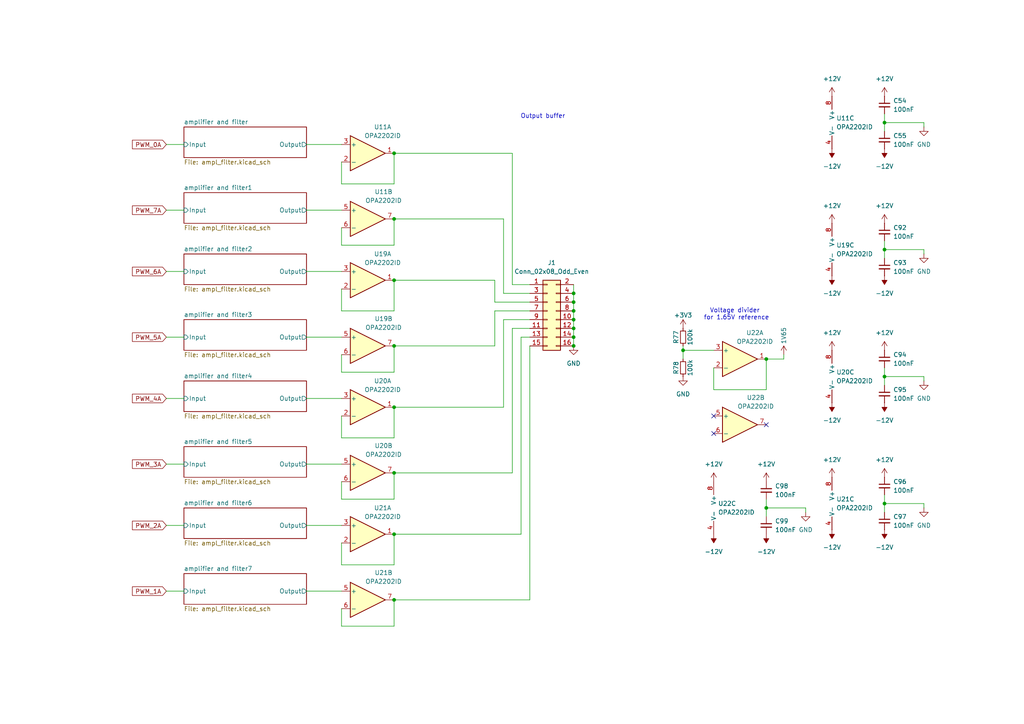
<source format=kicad_sch>
(kicad_sch (version 20231120) (generator "eeschema") (generator_version "8.0")
  (paper "A4")
  (lib_symbols
    (symbol "Amplifier_Operational:OPA2994xD" (pin_names (offset 0.127))
      (property "Reference" "U" (at 0 5.08 0))
      (property "Value" "OPA2994xD" (at 0 -5.08 0))
      (symbol "OPA2994xD_1_1"
        (polyline (pts (xy -5.08 5.08) (xy 5.08 0) (xy -5.08 -5.08) (xy -5.08 5.08)) (stroke (width 0.254)) (fill (type background)))
        (pin output line (at 7.62 0 180) (length 2.54) (name "~") (number "1"))
        (pin input line (at -7.62 -2.54 0) (length 2.54) (name "-") (number "2"))
        (pin input line (at -7.62 2.54 0) (length 2.54) (name "+") (number "3"))
      )
      (symbol "OPA2994xD_2_1"
        (polyline (pts (xy -5.08 5.08) (xy 5.08 0) (xy -5.08 -5.08) (xy -5.08 5.08)) (stroke (width 0.254)) (fill (type background)))
        (pin input line (at -7.62 2.54 0) (length 2.54) (name "+") (number "5"))
        (pin input line (at -7.62 -2.54 0) (length 2.54) (name "-") (number "6"))
        (pin output line (at 7.62 0 180) (length 2.54) (name "~") (number "7"))
      )
      (symbol "OPA2994xD_3_1"
        (pin power_in line (at -2.54 -7.62 90) (length 3.81) (name "V-") (number "4"))
        (pin power_in line (at -2.54 7.62 270) (length 3.81) (name "V+") (number "8"))
      )
    )
    (symbol "Connector_Generic:Conn_02x08_Odd_Even" (pin_names (offset 1.016) hide)
      (property "Reference" "J" (at 1.27 10.16 0))
      (property "Value" "Conn_02x08_Odd_Even" (at 1.27 -12.7 0))
      (symbol "Conn_02x08_Odd_Even_1_1"
        (rectangle (start -1.27 -10.033) (end 0 -10.287) (stroke (width 0.1524)))
        (rectangle (start -1.27 -7.493) (end 0 -7.747) (stroke (width 0.1524)))
        (rectangle (start -1.27 -4.953) (end 0 -5.207) (stroke (width 0.1524)))
        (rectangle (start -1.27 -2.413) (end 0 -2.667) (stroke (width 0.1524)))
        (rectangle (start -1.27 0.127) (end 0 -0.127) (stroke (width 0.1524)))
        (rectangle (start -1.27 2.667) (end 0 2.413) (stroke (width 0.1524)))
        (rectangle (start -1.27 5.207) (end 0 4.953) (stroke (width 0.1524)))
        (rectangle (start -1.27 7.747) (end 0 7.493) (stroke (width 0.1524)))
        (rectangle (start -1.27 8.89) (end 3.81 -11.43) (stroke (width 0.254)) (fill (type background)))
        (rectangle (start 3.81 -10.033) (end 2.54 -10.287) (stroke (width 0.1524)))
        (rectangle (start 3.81 -7.493) (end 2.54 -7.747) (stroke (width 0.1524)))
        (rectangle (start 3.81 -4.953) (end 2.54 -5.207) (stroke (width 0.1524)))
        (rectangle (start 3.81 -2.413) (end 2.54 -2.667) (stroke (width 0.1524)))
        (rectangle (start 3.81 0.127) (end 2.54 -0.127) (stroke (width 0.1524)))
        (rectangle (start 3.81 2.667) (end 2.54 2.413) (stroke (width 0.1524)))
        (rectangle (start 3.81 5.207) (end 2.54 4.953) (stroke (width 0.1524)))
        (rectangle (start 3.81 7.747) (end 2.54 7.493) (stroke (width 0.1524)))
        (pin passive line (at -5.08 7.62 0) (length 3.81) (name "Pin_1") (number "1"))
        (pin passive line (at 7.62 -2.54 180) (length 3.81) (name "Pin_10") (number "10"))
        (pin passive line (at -5.08 -5.08 0) (length 3.81) (name "Pin_11") (number "11"))
        (pin passive line (at 7.62 -5.08 180) (length 3.81) (name "Pin_12") (number "12"))
        (pin passive line (at -5.08 -7.62 0) (length 3.81) (name "Pin_13") (number "13"))
        (pin passive line (at 7.62 -7.62 180) (length 3.81) (name "Pin_14") (number "14"))
        (pin passive line (at -5.08 -10.16 0) (length 3.81) (name "Pin_15") (number "15"))
        (pin passive line (at 7.62 -10.16 180) (length 3.81) (name "Pin_16") (number "16"))
        (pin passive line (at 7.62 7.62 180) (length 3.81) (name "Pin_2") (number "2"))
        (pin passive line (at -5.08 5.08 0) (length 3.81) (name "Pin_3") (number "3"))
        (pin passive line (at 7.62 5.08 180) (length 3.81) (name "Pin_4") (number "4"))
        (pin passive line (at -5.08 2.54 0) (length 3.81) (name "Pin_5") (number "5"))
        (pin passive line (at 7.62 2.54 180) (length 3.81) (name "Pin_6") (number "6"))
        (pin passive line (at -5.08 0 0) (length 3.81) (name "Pin_7") (number "7"))
        (pin passive line (at 7.62 0 180) (length 3.81) (name "Pin_8") (number "8"))
        (pin passive line (at -5.08 -2.54 0) (length 3.81) (name "Pin_9") (number "9"))
      )
    )
    (symbol "Device:C_Small" (pin_numbers hide) (pin_names (offset 0.254) hide)
      (property "Reference" "C" (at 0.254 1.778 0))
      (property "Value" "C_Small" (at 0.254 -2.032 0))
      (symbol "C_Small_0_1"
        (polyline (pts (xy -1.524 -0.508) (xy 1.524 -0.508)) (stroke (width 0.3302)))
        (polyline (pts (xy -1.524 0.508) (xy 1.524 0.508)) (stroke (width 0.3048)))
      )
      (symbol "C_Small_1_1"
        (pin passive line (at 0 2.54 270) (length 2.032) (name "~") (number "1"))
        (pin passive line (at 0 -2.54 90) (length 2.032) (name "~") (number "2"))
      )
    )
    (symbol "Device:R_Small" (pin_numbers hide) (pin_names (offset 0.254) hide)
      (property "Reference" "R" (at 0.762 0.508 0))
      (property "Value" "R_Small" (at 0.762 -1.016 0))
      (symbol "R_Small_0_1"
        (rectangle (start -0.762 1.778) (end 0.762 -1.778) (stroke (width 0.2032)))
      )
      (symbol "R_Small_1_1"
        (pin passive line (at 0 2.54 270) (length 0.762) (name "~") (number "1"))
        (pin passive line (at 0 -2.54 90) (length 0.762) (name "~") (number "2"))
      )
    )
    (symbol "power:+12V" (power) (pin_numbers hide) (pin_names (offset 0) hide)
      (property "Value" "+12V" (at 0 3.556 0))
      (symbol "+12V_0_1"
        (polyline (pts (xy -0.762 1.27) (xy 0 2.54)))
        (polyline (pts (xy 0 0) (xy 0 2.54)))
        (polyline (pts (xy 0 2.54) (xy 0.762 1.27)))
      )
      (symbol "+12V_1_1"
        (pin power_in line (at 0 0 90) (length 0) (name "~") (number "1"))
      )
    )
    (symbol "power:+15V" (power) (pin_numbers hide) (pin_names (offset 0) hide)
      (property "Value" "+15V" (at 0 3.556 0))
      (symbol "+15V_0_1"
        (polyline (pts (xy -0.762 1.27) (xy 0 2.54)))
        (polyline (pts (xy 0 0) (xy 0 2.54)))
        (polyline (pts (xy 0 2.54) (xy 0.762 1.27)))
      )
      (symbol "+15V_1_1"
        (pin power_in line (at 0 0 90) (length 0) (name "~") (number "1"))
      )
    )
    (symbol "power:+3V3" (power) (pin_numbers hide) (pin_names (offset 0) hide)
      (property "Value" "+3V3" (at 0 3.556 0))
      (symbol "+3V3_0_1"
        (polyline (pts (xy -0.762 1.27) (xy 0 2.54)))
        (polyline (pts (xy 0 0) (xy 0 2.54)))
        (polyline (pts (xy 0 2.54) (xy 0.762 1.27)))
      )
      (symbol "+3V3_1_1"
        (pin power_in line (at 0 0 90) (length 0) (name "~") (number "1"))
      )
    )
    (symbol "power:-12V" (power) (pin_numbers hide) (pin_names (offset 0) hide)
      (property "Value" "-12V" (at 0 3.556 0))
      (symbol "-12V_0_0"
        (pin power_in line (at 0 0 90) (length 0) (name "~") (number "1"))
      )
      (symbol "-12V_0_1"
        (polyline (pts (xy 0 0) (xy 0 1.27) (xy 0.762 1.27) (xy 0 2.54) (xy -0.762 1.27) (xy 0 1.27)) (fill (type outline)))
      )
    )
    (symbol "power:GND" (power) (pin_numbers hide) (pin_names (offset 0) hide)
      (property "Value" "GND" (at 0 -3.81 0))
      (symbol "GND_0_1"
        (polyline (pts (xy 0 0) (xy 0 -1.27) (xy 1.27 -1.27) (xy 0 -2.54) (xy -1.27 -1.27) (xy 0 -1.27)))
      )
      (symbol "GND_1_1"
        (pin power_in line (at 0 0 270) (length 0) (name "~") (number "1"))
      )
    )
  )
  (junction (at 166.37 100.33))
  (junction (at 114.3 154.94))
  (junction (at 166.37 97.79))
  (junction (at 114.3 44.45))
  (junction (at 114.3 63.5))
  (junction (at 256.54 72.39))
  (junction (at 166.37 85.09))
  (junction (at 222.25 147.32))
  (junction (at 114.3 118.11))
  (junction (at 114.3 173.99))
  (junction (at 166.37 87.63))
  (junction (at 166.37 92.71))
  (junction (at 114.3 100.33))
  (junction (at 256.54 146.05))
  (junction (at 114.3 137.16))
  (junction (at 256.54 109.22))
  (junction (at 114.3 81.28))
  (junction (at 222.25 104.14))
  (junction (at 166.37 90.17))
  (junction (at 256.54 35.56))
  (junction (at 166.37 95.25))
  (junction (at 198.12 101.6))
  (no_connect (at 207.01 125.73))
  (no_connect (at 207.01 120.65))
  (no_connect (at 222.25 123.19))
  (wire (pts (xy 114.3 127) (xy 114.3 118.11)))
  (wire (pts (xy 114.3 71.12) (xy 114.3 63.5)))
  (wire (pts (xy 148.59 82.55) (xy 153.67 82.55)))
  (wire (pts (xy 48.26 171.45) (xy 53.34 171.45)))
  (wire (pts (xy 88.9 97.79) (xy 99.06 97.79)))
  (wire (pts (xy 88.9 60.96) (xy 99.06 60.96)))
  (wire (pts (xy 99.06 83.82) (xy 99.06 90.17)))
  (wire (pts (xy 99.06 181.61) (xy 114.3 181.61)))
  (wire (pts (xy 222.25 144.78) (xy 222.25 147.32)))
  (wire (pts (xy 166.37 90.17) (xy 166.37 92.71)))
  (wire (pts (xy 222.25 113.03) (xy 222.25 104.14)))
  (wire (pts (xy 99.06 71.12) (xy 114.3 71.12)))
  (wire (pts (xy 166.37 82.55) (xy 166.37 85.09)))
  (wire (pts (xy 48.26 60.96) (xy 53.34 60.96)))
  (wire (pts (xy 222.25 147.32) (xy 233.68 147.32)))
  (wire (pts (xy 256.54 143.51) (xy 256.54 146.05)))
  (wire (pts (xy 256.54 109.22) (xy 267.97 109.22)))
  (wire (pts (xy 99.06 176.53) (xy 99.06 181.61)))
  (wire (pts (xy 233.68 147.32) (xy 233.68 148.59)))
  (wire (pts (xy 153.67 100.33) (xy 153.67 173.99)))
  (wire (pts (xy 256.54 146.05) (xy 267.97 146.05)))
  (wire (pts (xy 146.05 92.71) (xy 153.67 92.71)))
  (wire (pts (xy 198.12 101.6) (xy 198.12 104.14)))
  (wire (pts (xy 207.01 106.68) (xy 207.01 113.03)))
  (wire (pts (xy 256.54 146.05) (xy 256.54 148.59)))
  (wire (pts (xy 148.59 95.25) (xy 153.67 95.25)))
  (wire (pts (xy 99.06 66.04) (xy 99.06 71.12)))
  (wire (pts (xy 166.37 95.25) (xy 166.37 97.79)))
  (wire (pts (xy 146.05 63.5) (xy 114.3 63.5)))
  (wire (pts (xy 48.26 41.91) (xy 53.34 41.91)))
  (wire (pts (xy 166.37 97.79) (xy 166.37 100.33)))
  (wire (pts (xy 88.9 115.57) (xy 99.06 115.57)))
  (wire (pts (xy 267.97 146.05) (xy 267.97 147.32)))
  (wire (pts (xy 114.3 173.99) (xy 153.67 173.99)))
  (wire (pts (xy 114.3 163.83) (xy 114.3 154.94)))
  (wire (pts (xy 99.06 120.65) (xy 99.06 127)))
  (wire (pts (xy 256.54 106.68) (xy 256.54 109.22)))
  (wire (pts (xy 48.26 134.62) (xy 53.34 134.62)))
  (wire (pts (xy 166.37 85.09) (xy 166.37 87.63)))
  (wire (pts (xy 99.06 53.34) (xy 114.3 53.34)))
  (wire (pts (xy 198.12 100.33) (xy 198.12 101.6)))
  (wire (pts (xy 88.9 78.74) (xy 99.06 78.74)))
  (wire (pts (xy 88.9 171.45) (xy 99.06 171.45)))
  (wire (pts (xy 146.05 85.09) (xy 153.67 85.09)))
  (wire (pts (xy 227.33 104.14) (xy 227.33 102.87)))
  (wire (pts (xy 114.3 154.94) (xy 151.13 154.94)))
  (wire (pts (xy 143.51 100.33) (xy 143.51 90.17)))
  (wire (pts (xy 99.06 127) (xy 114.3 127)))
  (wire (pts (xy 148.59 137.16) (xy 114.3 137.16)))
  (wire (pts (xy 48.26 115.57) (xy 53.34 115.57)))
  (wire (pts (xy 114.3 90.17) (xy 114.3 81.28)))
  (wire (pts (xy 151.13 97.79) (xy 153.67 97.79)))
  (wire (pts (xy 114.3 144.78) (xy 114.3 137.16)))
  (wire (pts (xy 256.54 35.56) (xy 256.54 38.1)))
  (wire (pts (xy 88.9 134.62) (xy 99.06 134.62)))
  (wire (pts (xy 222.25 147.32) (xy 222.25 149.86)))
  (wire (pts (xy 48.26 78.74) (xy 53.34 78.74)))
  (wire (pts (xy 99.06 163.83) (xy 114.3 163.83)))
  (wire (pts (xy 256.54 72.39) (xy 256.54 74.93)))
  (wire (pts (xy 148.59 95.25) (xy 148.59 137.16)))
  (wire (pts (xy 114.3 100.33) (xy 143.51 100.33)))
  (wire (pts (xy 143.51 90.17) (xy 153.67 90.17)))
  (wire (pts (xy 151.13 97.79) (xy 151.13 154.94)))
  (wire (pts (xy 267.97 109.22) (xy 267.97 110.49)))
  (wire (pts (xy 222.25 104.14) (xy 227.33 104.14)))
  (wire (pts (xy 88.9 41.91) (xy 99.06 41.91)))
  (wire (pts (xy 146.05 92.71) (xy 146.05 118.11)))
  (wire (pts (xy 114.3 107.95) (xy 114.3 100.33)))
  (wire (pts (xy 166.37 87.63) (xy 166.37 90.17)))
  (wire (pts (xy 267.97 72.39) (xy 267.97 73.66)))
  (wire (pts (xy 267.97 35.56) (xy 267.97 36.83)))
  (wire (pts (xy 166.37 92.71) (xy 166.37 95.25)))
  (wire (pts (xy 114.3 181.61) (xy 114.3 173.99)))
  (wire (pts (xy 256.54 35.56) (xy 267.97 35.56)))
  (wire (pts (xy 88.9 152.4) (xy 99.06 152.4)))
  (wire (pts (xy 256.54 109.22) (xy 256.54 111.76)))
  (wire (pts (xy 143.51 81.28) (xy 114.3 81.28)))
  (wire (pts (xy 99.06 46.99) (xy 99.06 53.34)))
  (wire (pts (xy 256.54 72.39) (xy 267.97 72.39)))
  (wire (pts (xy 99.06 157.48) (xy 99.06 163.83)))
  (wire (pts (xy 48.26 97.79) (xy 53.34 97.79)))
  (wire (pts (xy 146.05 85.09) (xy 146.05 63.5)))
  (wire (pts (xy 143.51 87.63) (xy 153.67 87.63)))
  (wire (pts (xy 99.06 102.87) (xy 99.06 107.95)))
  (wire (pts (xy 207.01 113.03) (xy 222.25 113.03)))
  (wire (pts (xy 256.54 69.85) (xy 256.54 72.39)))
  (wire (pts (xy 48.26 152.4) (xy 53.34 152.4)))
  (wire (pts (xy 146.05 118.11) (xy 114.3 118.11)))
  (wire (pts (xy 99.06 90.17) (xy 114.3 90.17)))
  (wire (pts (xy 143.51 87.63) (xy 143.51 81.28)))
  (wire (pts (xy 99.06 139.7) (xy 99.06 144.78)))
  (wire (pts (xy 148.59 44.45) (xy 114.3 44.45)))
  (wire (pts (xy 198.12 101.6) (xy 207.01 101.6)))
  (wire (pts (xy 99.06 144.78) (xy 114.3 144.78)))
  (wire (pts (xy 148.59 82.55) (xy 148.59 44.45)))
  (wire (pts (xy 114.3 53.34) (xy 114.3 44.45)))
  (wire (pts (xy 256.54 33.02) (xy 256.54 35.56)))
  (wire (pts (xy 99.06 107.95) (xy 114.3 107.95)))
  (text "Voltage divider \nfor 1.65V reference" (at 213.614 91.186 0) (effects (font (size 1.27 1.27))))
  (text "Output buffer" (at 157.48 33.782 0) (effects (font (size 1.27 1.27))))
  (global_label "PWM_1A" (shape input) (at 48.26 171.45 180) (property "Intersheetrefs" "${INTERSHEET_REFS}" (effects (hide yes))))
  (global_label "PWM_4A" (shape input) (at 48.26 115.57 180) (property "Intersheetrefs" "${INTERSHEET_REFS}" (effects (hide yes))))
  (global_label "PWM_5A" (shape input) (at 48.26 97.79 180) (property "Intersheetrefs" "${INTERSHEET_REFS}" (effects (hide yes))))
  (global_label "PWM_6A" (shape input) (at 48.26 78.74 180) (property "Intersheetrefs" "${INTERSHEET_REFS}" (effects (hide yes))))
  (global_label "PWM_0A" (shape input) (at 48.26 41.91 180) (property "Intersheetrefs" "${INTERSHEET_REFS}" (effects (hide yes))))
  (global_label "PWM_7A" (shape input) (at 48.26 60.96 180) (property "Intersheetrefs" "${INTERSHEET_REFS}" (effects (hide yes))))
  (global_label "PWM_2A" (shape input) (at 48.26 152.4 180) (property "Intersheetrefs" "${INTERSHEET_REFS}" (effects (hide yes))))
  (global_label "PWM_3A" (shape input) (at 48.26 134.62 180) (property "Intersheetrefs" "${INTERSHEET_REFS}" (effects (hide yes))))
  (symbol (lib_id "power:-12V") (at 241.3 116.84 180) (unit 1)
    (property "Reference" "#PWR179" (effects (hide yes)))
    (property "Value" "-12V" (at 241.3 121.92 0))
    (property "Description" "Power symbol creates a global label with name \"-12V\"" (effects (hide yes)))
  )
  (symbol (lib_id "Device:C_Small") (at 222.25 142.24 0) (unit 1)
    (property "Reference" "C98" (at 224.79 140.9762 0) (effects (justify left)))
    (property "Value" "100nF" (at 224.79 143.5162 0) (effects (justify left)))
    (property "Footprint" "Capacitor_SMD:C_0402_1005Metric" (effects (hide yes)))
    (property "Description" "Unpolarized capacitor, small symbol" (effects (hide yes)))
  )
  (symbol (lib_id "power:GND") (at 233.68 148.59 0) (unit 1)
    (property "Reference" "#PWR194" (effects (hide yes)))
    (property "Value" "GND" (at 233.68 153.67 0))
    (property "Description" "Power symbol creates a global label with name \"GND\" , ground" (effects (hide yes)))
  )
  (symbol (lib_id "Device:R_Small") (at 198.12 106.68 180) (unit 1)
    (property "Reference" "R78" (at 196.088 106.68 90))
    (property "Value" "100k" (at 200.152 106.68 90))
    (property "Footprint" "Resistor_SMD:R_0402_1005Metric" (effects (hide yes)))
    (property "Description" "Resistor, small symbol" (effects (hide yes)))
  )
  (symbol (lib_id "power:GND") (at 267.97 36.83 0) (unit 1)
    (property "Reference" "#PWR104" (effects (hide yes)))
    (property "Value" "GND" (at 267.97 41.91 0))
    (property "Description" "Power symbol creates a global label with name \"GND\" , ground" (effects (hide yes)))
  )
  (symbol (lib_id "power:+12V") (at 241.3 138.43 0) (unit 1)
    (property "Reference" "#PWR183" (effects (hide yes)))
    (property "Value" "+12V" (at 241.3 133.35 0))
    (property "Description" "Power symbol creates a global label with name \"+12V\"" (effects (hide yes)))
  )
  (symbol (lib_id "power:-12V") (at 256.54 80.01 180) (unit 1)
    (property "Reference" "#PWR176" (effects (hide yes)))
    (property "Value" "-12V" (at 256.54 85.09 0))
    (property "Description" "Power symbol creates a global label with name \"-12V\"" (effects (hide yes)))
  )
  (symbol (lib_id "Amplifier_Operational:OPA2994xD") (at 106.68 137.16 0) (unit 2)
    (property "Reference" "U20" (at 111.252 129.286 0))
    (property "Value" "OPA2202ID" (at 111.252 131.826 0))
    (property "Footprint" "Package_SO:SOIC-8_3.9x4.9mm_P1.27mm" (effects (hide yes)))
    (property "Datasheet" "https://www.ti.com/lit/ds/symlink/opa2202.pdf" (effects (hide yes)))
    (property "Description" "Dual Opamp, Rail-to-Rail Input/Output, Unlimited Capacitive Load Drive, 125mA Output Current, 2-32V, 350uV offset, 24MHz GBW, SOIC-8" (effects (hide yes)))
  )
  (symbol (lib_id "power:GND") (at 267.97 147.32 0) (unit 1)
    (property "Reference" "#PWR187" (effects (hide yes)))
    (property "Value" "GND" (at 267.97 152.4 0))
    (property "Description" "Power symbol creates a global label with name \"GND\" , ground" (effects (hide yes)))
  )
  (symbol (lib_id "power:-12V") (at 256.54 43.18 180) (unit 1)
    (property "Reference" "#PWR103" (effects (hide yes)))
    (property "Value" "-12V" (at 256.54 48.26 0))
    (property "Description" "Power symbol creates a global label with name \"-12V\"" (effects (hide yes)))
  )
  (symbol (lib_id "power:+12V") (at 256.54 138.43 0) (unit 1)
    (property "Reference" "#PWR185" (effects (hide yes)))
    (property "Value" "+12V" (at 256.54 133.35 0))
    (property "Description" "Power symbol creates a global label with name \"+12V\"" (effects (hide yes)))
  )
  (symbol (lib_id "Device:C_Small") (at 256.54 151.13 0) (unit 1)
    (property "Reference" "C97" (at 259.08 149.8662 0) (effects (justify left)))
    (property "Value" "100nF" (at 259.08 152.4062 0) (effects (justify left)))
    (property "Footprint" "Capacitor_SMD:C_0402_1005Metric" (effects (hide yes)))
    (property "Description" "Unpolarized capacitor, small symbol" (effects (hide yes)))
  )
  (symbol (lib_id "power:+15V") (at 227.33 102.87 0) (unit 1)
    (property "Reference" "#PWR189" (effects (hide yes)))
    (property "Value" "1V65" (at 227.33 99.822 90) (effects (justify left)))
    (property "Description" "Power symbol creates a global label with name \"+15V\"" (effects (hide yes)))
  )
  (symbol (lib_id "Device:C_Small") (at 256.54 67.31 0) (unit 1)
    (property "Reference" "C92" (at 259.08 66.0462 0) (effects (justify left)))
    (property "Value" "100nF" (at 259.08 68.5862 0) (effects (justify left)))
    (property "Footprint" "Capacitor_SMD:C_0402_1005Metric" (effects (hide yes)))
    (property "Description" "Unpolarized capacitor, small symbol" (effects (hide yes)))
  )
  (symbol (lib_id "Connector_Generic:Conn_02x08_Odd_Even") (at 158.75 90.17 0) (unit 1)
    (property "Reference" "J1" (at 160.02 76.2 0))
    (property "Value" "Conn_02x08_Odd_Even" (at 160.02 78.74 0))
    (property "Footprint" "Connector_PinHeader_2.54mm:PinHeader_2x08_P2.54mm_Vertical" (effects (hide yes)))
    (property "Description" "Generic connector, double row, 02x08, odd/even pin numbering scheme (row 1 odd numbers, row 2 even numbers), script generated (kicad-library-utils/schlib/autogen/connector/)" (effects (hide yes)))
  )
  (symbol (lib_id "Device:C_Small") (at 222.25 152.4 0) (unit 1)
    (property "Reference" "C99" (at 224.79 151.1362 0) (effects (justify left)))
    (property "Value" "100nF" (at 224.79 153.6762 0) (effects (justify left)))
    (property "Footprint" "Capacitor_SMD:C_0402_1005Metric" (effects (hide yes)))
    (property "Description" "Unpolarized capacitor, small symbol" (effects (hide yes)))
  )
  (symbol (lib_id "Amplifier_Operational:OPA2994xD") (at 209.55 147.32 0) (unit 3)
    (property "Reference" "U22" (at 208.28 146.0499 0) (effects (justify left)))
    (property "Value" "OPA2202ID" (at 208.28 148.5899 0) (effects (justify left)))
    (property "Footprint" "Package_SO:SOIC-8_3.9x4.9mm_P1.27mm" (effects (hide yes)))
    (property "Datasheet" "https://www.ti.com/lit/ds/symlink/opa2202.pdf" (effects (hide yes)))
    (property "Description" "Dual Opamp, Rail-to-Rail Input/Output, Unlimited Capacitive Load Drive, 125mA Output Current, 2-32V, 350uV offset, 24MHz GBW, SOIC-8" (effects (hide yes)))
  )
  (symbol (lib_id "power:-12V") (at 241.3 153.67 180) (unit 1)
    (property "Reference" "#PWR184" (effects (hide yes)))
    (property "Value" "-12V" (at 241.3 158.75 0))
    (property "Description" "Power symbol creates a global label with name \"-12V\"" (effects (hide yes)))
  )
  (symbol (lib_id "power:+12V") (at 256.54 27.94 0) (unit 1)
    (property "Reference" "#PWR102" (effects (hide yes)))
    (property "Value" "+12V" (at 256.54 22.86 0))
    (property "Description" "Power symbol creates a global label with name \"+12V\"" (effects (hide yes)))
  )
  (symbol (lib_id "Amplifier_Operational:OPA2994xD") (at 243.84 72.39 0) (unit 3)
    (property "Reference" "U19" (at 242.57 71.1199 0) (effects (justify left)))
    (property "Value" "OPA2202ID" (at 242.57 73.6599 0) (effects (justify left)))
    (property "Footprint" "Package_SO:SOIC-8_3.9x4.9mm_P1.27mm" (effects (hide yes)))
    (property "Datasheet" "https://www.ti.com/lit/ds/symlink/opa2202.pdf" (effects (hide yes)))
    (property "Description" "Dual Opamp, Rail-to-Rail Input/Output, Unlimited Capacitive Load Drive, 125mA Output Current, 2-32V, 350uV offset, 24MHz GBW, SOIC-8" (effects (hide yes)))
  )
  (symbol (lib_id "Device:C_Small") (at 256.54 114.3 0) (unit 1)
    (property "Reference" "C95" (at 259.08 113.0362 0) (effects (justify left)))
    (property "Value" "100nF" (at 259.08 115.5762 0) (effects (justify left)))
    (property "Footprint" "Capacitor_SMD:C_0402_1005Metric" (effects (hide yes)))
    (property "Description" "Unpolarized capacitor, small symbol" (effects (hide yes)))
  )
  (symbol (lib_id "power:-12V") (at 222.25 154.94 180) (unit 1)
    (property "Reference" "#PWR193" (effects (hide yes)))
    (property "Value" "-12V" (at 222.25 160.02 0))
    (property "Description" "Power symbol creates a global label with name \"-12V\"" (effects (hide yes)))
  )
  (symbol (lib_id "Device:C_Small") (at 256.54 30.48 0) (unit 1)
    (property "Reference" "C54" (at 259.08 29.2162 0) (effects (justify left)))
    (property "Value" "100nF" (at 259.08 31.7562 0) (effects (justify left)))
    (property "Footprint" "Capacitor_SMD:C_0402_1005Metric" (effects (hide yes)))
    (property "Description" "Unpolarized capacitor, small symbol" (effects (hide yes)))
  )
  (symbol (lib_id "Device:C_Small") (at 256.54 77.47 0) (unit 1)
    (property "Reference" "C93" (at 259.08 76.2062 0) (effects (justify left)))
    (property "Value" "100nF" (at 259.08 78.7462 0) (effects (justify left)))
    (property "Footprint" "Capacitor_SMD:C_0402_1005Metric" (effects (hide yes)))
    (property "Description" "Unpolarized capacitor, small symbol" (effects (hide yes)))
  )
  (symbol (lib_id "Amplifier_Operational:OPA2994xD") (at 243.84 35.56 0) (unit 3)
    (property "Reference" "U11" (at 242.57 34.2899 0) (effects (justify left)))
    (property "Value" "OPA2202ID" (at 242.57 36.8299 0) (effects (justify left)))
    (property "Footprint" "Package_SO:SOIC-8_3.9x4.9mm_P1.27mm" (effects (hide yes)))
    (property "Datasheet" "https://www.ti.com/lit/ds/symlink/opa2202.pdf" (effects (hide yes)))
    (property "Description" "Dual Opamp, Rail-to-Rail Input/Output, Unlimited Capacitive Load Drive, 125mA Output Current, 2-32V, 350uV offset, 24MHz GBW, SOIC-8" (effects (hide yes)))
  )
  (symbol (lib_id "power:+12V") (at 222.25 139.7 0) (unit 1)
    (property "Reference" "#PWR192" (effects (hide yes)))
    (property "Value" "+12V" (at 222.25 134.62 0))
    (property "Description" "Power symbol creates a global label with name \"+12V\"" (effects (hide yes)))
  )
  (symbol (lib_id "power:-12V") (at 241.3 43.18 180) (unit 1)
    (property "Reference" "#PWR106" (effects (hide yes)))
    (property "Value" "-12V" (at 241.3 48.26 0))
    (property "Description" "Power symbol creates a global label with name \"-12V\"" (effects (hide yes)))
  )
  (symbol (lib_id "Amplifier_Operational:OPA2994xD") (at 106.68 100.33 0) (unit 2)
    (property "Reference" "U19" (at 111.252 92.456 0))
    (property "Value" "OPA2202ID" (at 111.252 94.996 0))
    (property "Footprint" "Package_SO:SOIC-8_3.9x4.9mm_P1.27mm" (effects (hide yes)))
    (property "Datasheet" "https://www.ti.com/lit/ds/symlink/opa2202.pdf" (effects (hide yes)))
    (property "Description" "Dual Opamp, Rail-to-Rail Input/Output, Unlimited Capacitive Load Drive, 125mA Output Current, 2-32V, 350uV offset, 24MHz GBW, SOIC-8" (effects (hide yes)))
  )
  (symbol (lib_id "Device:C_Small") (at 256.54 104.14 0) (unit 1)
    (property "Reference" "C94" (at 259.08 102.8762 0) (effects (justify left)))
    (property "Value" "100nF" (at 259.08 105.4162 0) (effects (justify left)))
    (property "Footprint" "Capacitor_SMD:C_0402_1005Metric" (effects (hide yes)))
    (property "Description" "Unpolarized capacitor, small symbol" (effects (hide yes)))
  )
  (symbol (lib_id "Device:R_Small") (at 198.12 97.79 180) (unit 1)
    (property "Reference" "R77" (at 196.088 97.79 90))
    (property "Value" "100k" (at 200.152 97.79 90))
    (property "Footprint" "Resistor_SMD:R_0402_1005Metric" (effects (hide yes)))
    (property "Description" "Resistor, small symbol" (effects (hide yes)))
  )
  (symbol (lib_id "power:+12V") (at 241.3 64.77 0) (unit 1)
    (property "Reference" "#PWR173" (effects (hide yes)))
    (property "Value" "+12V" (at 241.3 59.69 0))
    (property "Description" "Power symbol creates a global label with name \"+12V\"" (effects (hide yes)))
  )
  (symbol (lib_id "Amplifier_Operational:OPA2994xD") (at 106.68 81.28 0) (unit 1)
    (property "Reference" "U19" (at 110.998 73.66 0))
    (property "Value" "OPA2202ID" (at 110.998 76.2 0))
    (property "Footprint" "Package_SO:SOIC-8_3.9x4.9mm_P1.27mm" (effects (hide yes)))
    (property "Datasheet" "https://www.ti.com/lit/ds/symlink/opa2202.pdf" (effects (hide yes)))
    (property "Description" "Dual Opamp, Rail-to-Rail Input/Output, Unlimited Capacitive Load Drive, 125mA Output Current, 2-32V, 350uV offset, 24MHz GBW, SOIC-8" (effects (hide yes)))
  )
  (symbol (lib_id "power:GND") (at 166.37 100.33 0) (unit 1)
    (property "Reference" "#PWR188" (effects (hide yes)))
    (property "Value" "GND" (at 166.37 105.41 0))
    (property "Description" "Power symbol creates a global label with name \"GND\" , ground" (effects (hide yes)))
  )
  (symbol (lib_id "power:+3V3") (at 198.12 95.25 0) (unit 1)
    (property "Reference" "#PWR195" (effects (hide yes)))
    (property "Value" "+3V3" (at 198.12 91.44 0))
    (property "Description" "Power symbol creates a global label with name \"+3V3\"" (effects (hide yes)))
  )
  (symbol (lib_id "power:+12V") (at 241.3 101.6 0) (unit 1)
    (property "Reference" "#PWR178" (effects (hide yes)))
    (property "Value" "+12V" (at 241.3 96.52 0))
    (property "Description" "Power symbol creates a global label with name \"+12V\"" (effects (hide yes)))
  )
  (symbol (lib_id "Device:C_Small") (at 256.54 40.64 0) (unit 1)
    (property "Reference" "C55" (at 259.08 39.3762 0) (effects (justify left)))
    (property "Value" "100nF" (at 259.08 41.9162 0) (effects (justify left)))
    (property "Footprint" "Capacitor_SMD:C_0402_1005Metric" (effects (hide yes)))
    (property "Description" "Unpolarized capacitor, small symbol" (effects (hide yes)))
  )
  (symbol (lib_id "Amplifier_Operational:OPA2994xD") (at 106.68 44.45 0) (unit 1)
    (property "Reference" "U11" (at 110.998 36.83 0))
    (property "Value" "OPA2202ID" (at 110.998 39.37 0))
    (property "Footprint" "Package_SO:SOIC-8_3.9x4.9mm_P1.27mm" (effects (hide yes)))
    (property "Datasheet" "https://www.ti.com/lit/ds/symlink/opa2202.pdf" (effects (hide yes)))
    (property "Description" "Dual Opamp, Rail-to-Rail Input/Output, Unlimited Capacitive Load Drive, 125mA Output Current, 2-32V, 350uV offset, 24MHz GBW, SOIC-8" (effects (hide yes)))
  )
  (symbol (lib_id "Amplifier_Operational:OPA2994xD") (at 106.68 118.11 0) (unit 1)
    (property "Reference" "U20" (at 110.998 110.49 0))
    (property "Value" "OPA2202ID" (at 110.998 113.03 0))
    (property "Footprint" "Package_SO:SOIC-8_3.9x4.9mm_P1.27mm" (effects (hide yes)))
    (property "Datasheet" "https://www.ti.com/lit/ds/symlink/opa2202.pdf" (effects (hide yes)))
    (property "Description" "Dual Opamp, Rail-to-Rail Input/Output, Unlimited Capacitive Load Drive, 125mA Output Current, 2-32V, 350uV offset, 24MHz GBW, SOIC-8" (effects (hide yes)))
  )
  (symbol (lib_id "Device:C_Small") (at 256.54 140.97 0) (unit 1)
    (property "Reference" "C96" (at 259.08 139.7062 0) (effects (justify left)))
    (property "Value" "100nF" (at 259.08 142.2462 0) (effects (justify left)))
    (property "Footprint" "Capacitor_SMD:C_0402_1005Metric" (effects (hide yes)))
    (property "Description" "Unpolarized capacitor, small symbol" (effects (hide yes)))
  )
  (symbol (lib_id "power:+12V") (at 207.01 139.7 0) (unit 1)
    (property "Reference" "#PWR190" (effects (hide yes)))
    (property "Value" "+12V" (at 207.01 134.62 0))
    (property "Description" "Power symbol creates a global label with name \"+12V\"" (effects (hide yes)))
  )
  (symbol (lib_id "Amplifier_Operational:OPA2994xD") (at 243.84 109.22 0) (unit 3)
    (property "Reference" "U20" (at 242.57 107.9499 0) (effects (justify left)))
    (property "Value" "OPA2202ID" (at 242.57 110.4899 0) (effects (justify left)))
    (property "Footprint" "Package_SO:SOIC-8_3.9x4.9mm_P1.27mm" (effects (hide yes)))
    (property "Datasheet" "https://www.ti.com/lit/ds/symlink/opa2202.pdf" (effects (hide yes)))
    (property "Description" "Dual Opamp, Rail-to-Rail Input/Output, Unlimited Capacitive Load Drive, 125mA Output Current, 2-32V, 350uV offset, 24MHz GBW, SOIC-8" (effects (hide yes)))
  )
  (symbol (lib_id "power:-12V") (at 241.3 80.01 180) (unit 1)
    (property "Reference" "#PWR174" (effects (hide yes)))
    (property "Value" "-12V" (at 241.3 85.09 0))
    (property "Description" "Power symbol creates a global label with name \"-12V\"" (effects (hide yes)))
  )
  (symbol (lib_id "power:-12V") (at 256.54 116.84 180) (unit 1)
    (property "Reference" "#PWR181" (effects (hide yes)))
    (property "Value" "-12V" (at 256.54 121.92 0))
    (property "Description" "Power symbol creates a global label with name \"-12V\"" (effects (hide yes)))
  )
  (symbol (lib_id "Amplifier_Operational:OPA2994xD") (at 243.84 146.05 0) (unit 3)
    (property "Reference" "U21" (at 242.57 144.7799 0) (effects (justify left)))
    (property "Value" "OPA2202ID" (at 242.57 147.3199 0) (effects (justify left)))
    (property "Footprint" "Package_SO:SOIC-8_3.9x4.9mm_P1.27mm" (effects (hide yes)))
    (property "Datasheet" "https://www.ti.com/lit/ds/symlink/opa2202.pdf" (effects (hide yes)))
    (property "Description" "Dual Opamp, Rail-to-Rail Input/Output, Unlimited Capacitive Load Drive, 125mA Output Current, 2-32V, 350uV offset, 24MHz GBW, SOIC-8" (effects (hide yes)))
  )
  (symbol (lib_id "power:-12V") (at 207.01 154.94 180) (unit 1)
    (property "Reference" "#PWR191" (effects (hide yes)))
    (property "Value" "-12V" (at 207.01 160.02 0))
    (property "Description" "Power symbol creates a global label with name \"-12V\"" (effects (hide yes)))
  )
  (symbol (lib_id "Amplifier_Operational:OPA2994xD") (at 214.63 104.14 0) (unit 1)
    (property "Reference" "U22" (at 218.948 96.52 0))
    (property "Value" "OPA2202ID" (at 218.948 99.06 0))
    (property "Footprint" "Package_SO:SOIC-8_3.9x4.9mm_P1.27mm" (effects (hide yes)))
    (property "Datasheet" "https://www.ti.com/lit/ds/symlink/opa2202.pdf" (effects (hide yes)))
    (property "Description" "Dual Opamp, Rail-to-Rail Input/Output, Unlimited Capacitive Load Drive, 125mA Output Current, 2-32V, 350uV offset, 24MHz GBW, SOIC-8" (effects (hide yes)))
  )
  (symbol (lib_id "power:GND") (at 198.12 109.22 0) (unit 1)
    (property "Reference" "#PWR196" (effects (hide yes)))
    (property "Value" "GND" (at 198.12 114.3 0))
    (property "Description" "Power symbol creates a global label with name \"GND\" , ground" (effects (hide yes)))
  )
  (symbol (lib_id "power:+12V") (at 256.54 101.6 0) (unit 1)
    (property "Reference" "#PWR180" (effects (hide yes)))
    (property "Value" "+12V" (at 256.54 96.52 0))
    (property "Description" "Power symbol creates a global label with name \"+12V\"" (effects (hide yes)))
  )
  (symbol (lib_id "power:GND") (at 267.97 73.66 0) (unit 1)
    (property "Reference" "#PWR177" (effects (hide yes)))
    (property "Value" "GND" (at 267.97 78.74 0))
    (property "Description" "Power symbol creates a global label with name \"GND\" , ground" (effects (hide yes)))
  )
  (symbol (lib_id "power:GND") (at 267.97 110.49 0) (unit 1)
    (property "Reference" "#PWR182" (effects (hide yes)))
    (property "Value" "GND" (at 267.97 115.57 0))
    (property "Description" "Power symbol creates a global label with name \"GND\" , ground" (effects (hide yes)))
  )
  (symbol (lib_id "Amplifier_Operational:OPA2994xD") (at 214.63 123.19 0) (unit 2)
    (property "Reference" "U22" (at 219.202 115.316 0))
    (property "Value" "OPA2202ID" (at 219.202 117.856 0))
    (property "Footprint" "Package_SO:SOIC-8_3.9x4.9mm_P1.27mm" (effects (hide yes)))
    (property "Datasheet" "https://www.ti.com/lit/ds/symlink/opa2202.pdf" (effects (hide yes)))
    (property "Description" "Dual Opamp, Rail-to-Rail Input/Output, Unlimited Capacitive Load Drive, 125mA Output Current, 2-32V, 350uV offset, 24MHz GBW, SOIC-8" (effects (hide yes)))
  )
  (symbol (lib_id "Amplifier_Operational:OPA2994xD") (at 106.68 154.94 0) (unit 1)
    (property "Reference" "U21" (at 110.998 147.32 0))
    (property "Value" "OPA2202ID" (at 110.998 149.86 0))
    (property "Footprint" "Package_SO:SOIC-8_3.9x4.9mm_P1.27mm" (effects (hide yes)))
    (property "Datasheet" "https://www.ti.com/lit/ds/symlink/opa2202.pdf" (effects (hide yes)))
    (property "Description" "Dual Opamp, Rail-to-Rail Input/Output, Unlimited Capacitive Load Drive, 125mA Output Current, 2-32V, 350uV offset, 24MHz GBW, SOIC-8" (effects (hide yes)))
  )
  (symbol (lib_id "power:-12V") (at 256.54 153.67 180) (unit 1)
    (property "Reference" "#PWR186" (effects (hide yes)))
    (property "Value" "-12V" (at 256.54 158.75 0))
    (property "Description" "Power symbol creates a global label with name \"-12V\"" (effects (hide yes)))
  )
  (symbol (lib_id "Amplifier_Operational:OPA2994xD") (at 106.68 63.5 0) (unit 2)
    (property "Reference" "U11" (at 111.252 55.626 0))
    (property "Value" "OPA2202ID" (at 111.252 58.166 0))
    (property "Footprint" "Package_SO:SOIC-8_3.9x4.9mm_P1.27mm" (effects (hide yes)))
    (property "Datasheet" "https://www.ti.com/lit/ds/symlink/opa2202.pdf" (effects (hide yes)))
    (property "Description" "Dual Opamp, Rail-to-Rail Input/Output, Unlimited Capacitive Load Drive, 125mA Output Current, 2-32V, 350uV offset, 24MHz GBW, SOIC-8" (effects (hide yes)))
  )
  (symbol (lib_id "Amplifier_Operational:OPA2994xD") (at 106.68 173.99 0) (unit 2)
    (property "Reference" "U21" (at 111.252 166.116 0))
    (property "Value" "OPA2202ID" (at 111.252 168.656 0))
    (property "Footprint" "Package_SO:SOIC-8_3.9x4.9mm_P1.27mm" (effects (hide yes)))
    (property "Datasheet" "https://www.ti.com/lit/ds/symlink/opa2202.pdf" (effects (hide yes)))
    (property "Description" "Dual Opamp, Rail-to-Rail Input/Output, Unlimited Capacitive Load Drive, 125mA Output Current, 2-32V, 350uV offset, 24MHz GBW, SOIC-8" (effects (hide yes)))
  )
  (symbol (lib_id "power:+12V") (at 256.54 64.77 0) (unit 1)
    (property "Reference" "#PWR175" (effects (hide yes)))
    (property "Value" "+12V" (at 256.54 59.69 0))
    (property "Description" "Power symbol creates a global label with name \"+12V\"" (effects (hide yes)))
  )
  (symbol (lib_id "power:+12V") (at 241.3 27.94 0) (unit 1)
    (property "Reference" "#PWR105" (effects (hide yes)))
    (property "Value" "+12V" (at 241.3 22.86 0))
    (property "Description" "Power symbol creates a global label with name \"+12V\"" (effects (hide yes)))
  )
  (sheet (at 53.34 55.88) (size 35.56 8.89) (stroke (width 0.1524))
    (property "Sheetname" "amplifier and filter1" (at 53.34 55.1684 0) (effects (justify left bottom)))
    (property "Sheetfile" "ampl_filter.kicad_sch" (at 53.34 65.3546 0) (effects (justify left top)))
    (pin "Input" input (at 53.34 60.96 180))
    (pin "Output" output (at 88.9 60.96 0))
  )
  (sheet (at 53.34 73.66) (size 35.56 8.89) (stroke (width 0.1524))
    (property "Sheetname" "amplifier and filter2" (at 53.34 72.9484 0) (effects (justify left bottom)))
    (property "Sheetfile" "ampl_filter.kicad_sch" (at 53.34 83.1346 0) (effects (justify left top)))
    (pin "Input" input (at 53.34 78.74 180))
    (pin "Output" output (at 88.9 78.74 0))
  )
  (sheet (at 53.34 147.32) (size 35.56 8.89) (stroke (width 0.1524))
    (property "Sheetname" "amplifier and filter6" (at 53.34 146.6084 0) (effects (justify left bottom)))
    (property "Sheetfile" "ampl_filter.kicad_sch" (at 53.34 156.7946 0) (effects (justify left top)))
    (pin "Input" input (at 53.34 152.4 180))
    (pin "Output" output (at 88.9 152.4 0))
  )
  (sheet (at 53.34 129.54) (size 35.56 8.89) (stroke (width 0.1524))
    (property "Sheetname" "amplifier and filter5" (at 53.34 128.8284 0) (effects (justify left bottom)))
    (property "Sheetfile" "ampl_filter.kicad_sch" (at 53.34 139.0146 0) (effects (justify left top)))
    (pin "Input" input (at 53.34 134.62 180))
    (pin "Output" output (at 88.9 134.62 0))
  )
  (sheet (at 53.34 92.71) (size 35.56 8.89) (stroke (width 0.1524))
    (property "Sheetname" "amplifier and filter3" (at 53.34 91.9984 0) (effects (justify left bottom)))
    (property "Sheetfile" "ampl_filter.kicad_sch" (at 53.34 102.1846 0) (effects (justify left top)))
    (pin "Input" input (at 53.34 97.79 180))
    (pin "Output" output (at 88.9 97.79 0))
  )
  (sheet (at 53.34 36.83) (size 35.56 8.89) (stroke (width 0.1524))
    (property "Sheetname" "amplifier and filter" (at 53.34 36.1184 0) (effects (justify left bottom)))
    (property "Sheetfile" "ampl_filter.kicad_sch" (at 53.34 46.3046 0) (effects (justify left top)))
    (pin "Input" input (at 53.34 41.91 180))
    (pin "Output" output (at 88.9 41.91 0))
  )
  (sheet (at 53.34 166.37) (size 35.56 8.89) (stroke (width 0.1524))
    (property "Sheetname" "amplifier and filter7" (at 53.34 165.6584 0) (effects (justify left bottom)))
    (property "Sheetfile" "ampl_filter.kicad_sch" (at 53.34 175.8446 0) (effects (justify left top)))
    (pin "Input" input (at 53.34 171.45 180))
    (pin "Output" output (at 88.9 171.45 0))
  )
  (sheet (at 53.34 110.49) (size 35.56 8.89) (stroke (width 0.1524))
    (property "Sheetname" "amplifier and filter4" (at 53.34 109.7784 0) (effects (justify left bottom)))
    (property "Sheetfile" "ampl_filter.kicad_sch" (at 53.34 119.9646 0) (effects (justify left top)))
    (pin "Input" input (at 53.34 115.57 180))
    (pin "Output" output (at 88.9 115.57 0))
  )
)
</source>
